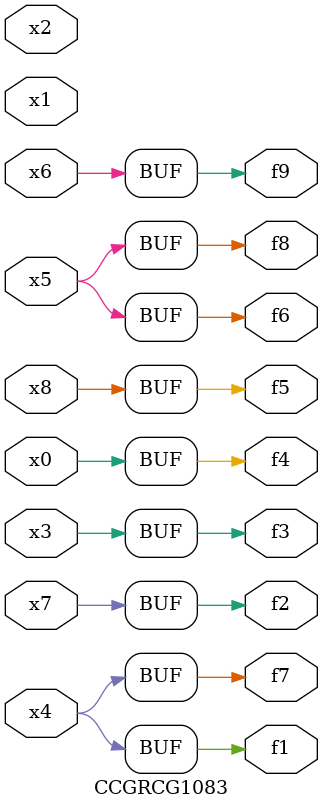
<source format=v>
module CCGRCG1083(
	input x0, x1, x2, x3, x4, x5, x6, x7, x8,
	output f1, f2, f3, f4, f5, f6, f7, f8, f9
);
	assign f1 = x4;
	assign f2 = x7;
	assign f3 = x3;
	assign f4 = x0;
	assign f5 = x8;
	assign f6 = x5;
	assign f7 = x4;
	assign f8 = x5;
	assign f9 = x6;
endmodule

</source>
